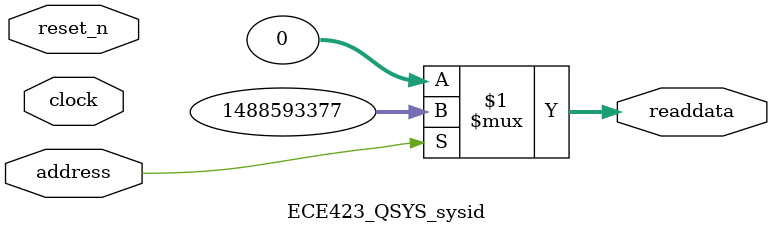
<source format=v>



// synthesis translate_off
`timescale 1ns / 1ps
// synthesis translate_on

// turn off superfluous verilog processor warnings 
// altera message_level Level1 
// altera message_off 10034 10035 10036 10037 10230 10240 10030 

module ECE423_QSYS_sysid (
               // inputs:
                address,
                clock,
                reset_n,

               // outputs:
                readdata
             )
;

  output  [ 31: 0] readdata;
  input            address;
  input            clock;
  input            reset_n;

  wire    [ 31: 0] readdata;
  //control_slave, which is an e_avalon_slave
  assign readdata = address ? 1488593377 : 0;

endmodule




</source>
